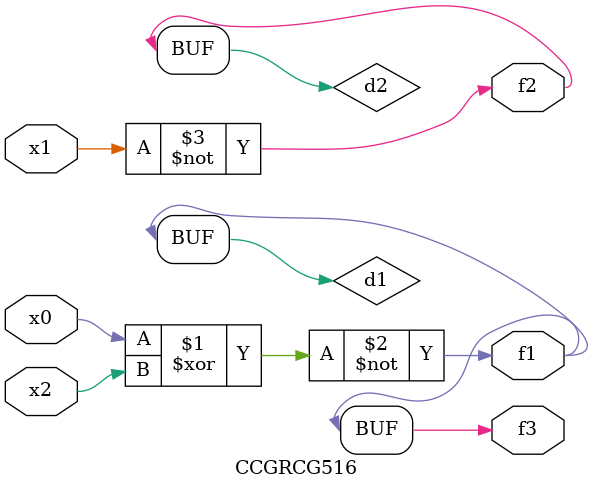
<source format=v>
module CCGRCG516(
	input x0, x1, x2,
	output f1, f2, f3
);

	wire d1, d2, d3;

	xnor (d1, x0, x2);
	nand (d2, x1);
	nor (d3, x1, x2);
	assign f1 = d1;
	assign f2 = d2;
	assign f3 = d1;
endmodule

</source>
